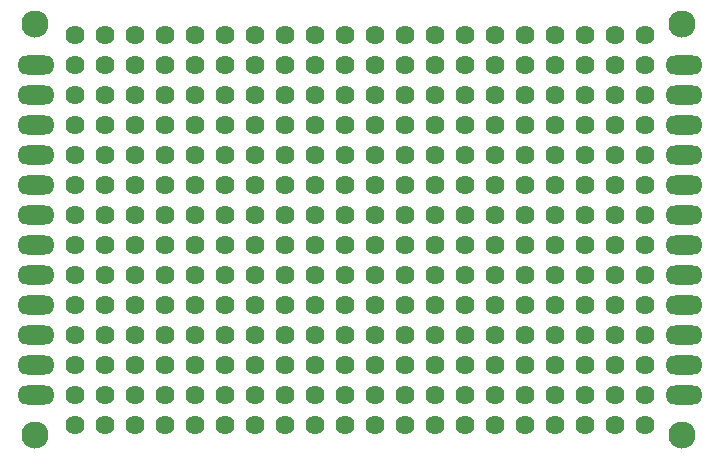
<source format=gbr>
%TF.GenerationSoftware,KiCad,Pcbnew,9.0.1*%
%TF.CreationDate,2025-05-06T23:49:06-04:00*%
%TF.ProjectId,classic-protoboard_14x20,636c6173-7369-4632-9d70-726f746f626f,rev?*%
%TF.SameCoordinates,Original*%
%TF.FileFunction,Soldermask,Bot*%
%TF.FilePolarity,Negative*%
%FSLAX46Y46*%
G04 Gerber Fmt 4.6, Leading zero omitted, Abs format (unit mm)*
G04 Created by KiCad (PCBNEW 9.0.1) date 2025-05-06 23:49:06*
%MOMM*%
%LPD*%
G01*
G04 APERTURE LIST*
%ADD10C,2.300000*%
%ADD11O,3.148000X1.624000*%
%ADD12C,1.624000*%
G04 APERTURE END LIST*
D10*
%TO.C,REF\u002A\u002A*%
X171480000Y-78940000D03*
%TD*%
%TO.C,REF\u002A\u002A*%
X116680000Y-78940000D03*
%TD*%
%TO.C,REF\u002A\u002A*%
X116680000Y-113740000D03*
%TD*%
%TO.C,REF\u002A\u002A*%
X171480000Y-113740000D03*
%TD*%
D11*
%TO.C,REF\u002A\u002A*%
X116720000Y-89990000D03*
%TD*%
%TO.C,REF\u002A\u002A*%
X116720000Y-97610000D03*
%TD*%
%TO.C,REF\u002A\u002A*%
X116720000Y-100150000D03*
%TD*%
%TO.C,REF\u002A\u002A*%
X171580000Y-105230000D03*
%TD*%
%TO.C,REF\u002A\u002A*%
X171580000Y-97610000D03*
%TD*%
%TO.C,REF\u002A\u002A*%
X116720000Y-87450000D03*
%TD*%
%TO.C,REF\u002A\u002A*%
X116720000Y-95070000D03*
%TD*%
%TO.C,REF\u002A\u002A*%
X171580000Y-82370000D03*
%TD*%
%TO.C,REF\u002A\u002A*%
X171580000Y-89990000D03*
%TD*%
%TO.C,REF\u002A\u002A*%
X116720000Y-105230000D03*
%TD*%
%TO.C,REF\u002A\u002A*%
X171580000Y-92530000D03*
%TD*%
%TO.C,REF\u002A\u002A*%
X171580000Y-107770000D03*
%TD*%
%TO.C,REF\u002A\u002A*%
X171580000Y-84910000D03*
%TD*%
%TO.C,REF\u002A\u002A*%
X116720000Y-84910000D03*
%TD*%
%TO.C,REF\u002A\u002A*%
X116720000Y-82370000D03*
%TD*%
%TO.C,REF\u002A\u002A*%
X171580000Y-110310000D03*
%TD*%
%TO.C,REF\u002A\u002A*%
X116720000Y-92530000D03*
%TD*%
%TO.C,REF\u002A\u002A*%
X116720000Y-102690000D03*
%TD*%
%TO.C,REF\u002A\u002A*%
X171580000Y-95070000D03*
%TD*%
%TO.C,REF\u002A\u002A*%
X171580000Y-87450000D03*
%TD*%
%TO.C,REF\u002A\u002A*%
X171580000Y-100150000D03*
%TD*%
%TO.C,REF\u002A\u002A*%
X116720000Y-110310000D03*
%TD*%
%TO.C,REF\u002A\u002A*%
X171580000Y-102690000D03*
%TD*%
%TO.C,REF\u002A\u002A*%
X116720000Y-107770000D03*
%TD*%
D12*
X120020000Y-79830000D03*
X122560000Y-79830000D03*
X125100000Y-79830000D03*
X127640000Y-79830000D03*
X130180000Y-79830000D03*
X132720000Y-79830000D03*
X135260000Y-79830000D03*
X137800000Y-79830000D03*
X140340000Y-79830000D03*
X142880000Y-79830000D03*
X145420000Y-79830000D03*
X147960000Y-79830000D03*
X150500000Y-79830000D03*
X155580000Y-79830000D03*
X158120000Y-79830000D03*
X160660000Y-79830000D03*
X163200000Y-79830000D03*
X165740000Y-79830000D03*
X168280000Y-79830000D03*
X120020000Y-82370000D03*
X122560000Y-82370000D03*
X125100000Y-82370000D03*
X127640000Y-82370000D03*
X130180000Y-82370000D03*
X132720000Y-82370000D03*
X135260000Y-82370000D03*
X137800000Y-82370000D03*
X140340000Y-82370000D03*
X142880000Y-82370000D03*
X145420000Y-82370000D03*
X147960000Y-82370000D03*
X150500000Y-82370000D03*
X153040000Y-82370000D03*
X155580000Y-82370000D03*
X158120000Y-82370000D03*
X160660000Y-82370000D03*
X163200000Y-82370000D03*
X165740000Y-82370000D03*
X168280000Y-82370000D03*
X120020000Y-84910000D03*
X122560000Y-84910000D03*
X125100000Y-84910000D03*
X130180000Y-84910000D03*
X132720000Y-84910000D03*
X135260000Y-84910000D03*
X137800000Y-84910000D03*
X140340000Y-84910000D03*
X142880000Y-84910000D03*
X145420000Y-84910000D03*
X147960000Y-84910000D03*
X153040000Y-84910000D03*
X155580000Y-84910000D03*
X158120000Y-84910000D03*
X163200000Y-84910000D03*
X165740000Y-84910000D03*
X168280000Y-84910000D03*
X120020000Y-87450000D03*
X122560000Y-87450000D03*
X127640000Y-87450000D03*
X130180000Y-87450000D03*
X132720000Y-87450000D03*
X135260000Y-87450000D03*
X137800000Y-87450000D03*
X140340000Y-87450000D03*
X145420000Y-87450000D03*
X147960000Y-87450000D03*
X150500000Y-87450000D03*
X153040000Y-87450000D03*
X155580000Y-87450000D03*
X158120000Y-87450000D03*
X160660000Y-87450000D03*
X163200000Y-87450000D03*
X165740000Y-87450000D03*
X168280000Y-87450000D03*
X120020000Y-89990000D03*
X122560000Y-89990000D03*
X125100000Y-89990000D03*
X127640000Y-89990000D03*
X130180000Y-89990000D03*
X132720000Y-89990000D03*
X135260000Y-89990000D03*
X137800000Y-89990000D03*
X140340000Y-89990000D03*
X142880000Y-89990000D03*
X145420000Y-89990000D03*
X147960000Y-89990000D03*
X150500000Y-89990000D03*
X155580000Y-89990000D03*
X158120000Y-89990000D03*
X160660000Y-89990000D03*
X163200000Y-89990000D03*
X165740000Y-89990000D03*
X168280000Y-89990000D03*
X120020000Y-92530000D03*
X122560000Y-92530000D03*
X125100000Y-92530000D03*
X127640000Y-92530000D03*
X130180000Y-92530000D03*
X132720000Y-92530000D03*
X135260000Y-92530000D03*
X137800000Y-92530000D03*
X140340000Y-92530000D03*
X142880000Y-92530000D03*
X145420000Y-92530000D03*
X147960000Y-92530000D03*
X150500000Y-92530000D03*
X153040000Y-92530000D03*
X155580000Y-92530000D03*
X158120000Y-92530000D03*
X160660000Y-92530000D03*
X163200000Y-92530000D03*
X168280000Y-92530000D03*
X120020000Y-95070000D03*
X122560000Y-95070000D03*
X125100000Y-95070000D03*
X127640000Y-95070000D03*
X130180000Y-95070000D03*
X132720000Y-95070000D03*
X135260000Y-95070000D03*
X137800000Y-95070000D03*
X140340000Y-95070000D03*
X142880000Y-95070000D03*
X145420000Y-95070000D03*
X147960000Y-95070000D03*
X150500000Y-95070000D03*
X153040000Y-95070000D03*
X158120000Y-95070000D03*
X160660000Y-95070000D03*
X163200000Y-95070000D03*
X165740000Y-95070000D03*
X168280000Y-95070000D03*
X120020000Y-97610000D03*
X122560000Y-97610000D03*
X125100000Y-97610000D03*
X127640000Y-97610000D03*
X130180000Y-97610000D03*
X132720000Y-97610000D03*
X135260000Y-97610000D03*
X137800000Y-97610000D03*
X140340000Y-97610000D03*
X142880000Y-97610000D03*
X145420000Y-97610000D03*
X147960000Y-97610000D03*
X150500000Y-97610000D03*
X153040000Y-97610000D03*
X155580000Y-97610000D03*
X158120000Y-97610000D03*
X160660000Y-97610000D03*
X163200000Y-97610000D03*
X165740000Y-97610000D03*
X120020000Y-100150000D03*
X122560000Y-100150000D03*
X125100000Y-100150000D03*
X130180000Y-100150000D03*
X132720000Y-100150000D03*
X135260000Y-100150000D03*
X137800000Y-100150000D03*
X140340000Y-100150000D03*
X142880000Y-100150000D03*
X145420000Y-100150000D03*
X147960000Y-100150000D03*
X150500000Y-100150000D03*
X153040000Y-100150000D03*
X155580000Y-100150000D03*
X158120000Y-100150000D03*
X160660000Y-100150000D03*
X163200000Y-100150000D03*
X165740000Y-100150000D03*
X168280000Y-100150000D03*
X120020000Y-102690000D03*
X122560000Y-102690000D03*
X125100000Y-102690000D03*
X127640000Y-102690000D03*
X130180000Y-102690000D03*
X132720000Y-102690000D03*
X135260000Y-102690000D03*
X137800000Y-102690000D03*
X140340000Y-102690000D03*
X142880000Y-102690000D03*
X145420000Y-102690000D03*
X147960000Y-102690000D03*
X150500000Y-102690000D03*
X153040000Y-102690000D03*
X155580000Y-102690000D03*
X158120000Y-102690000D03*
X160660000Y-102690000D03*
X163200000Y-102690000D03*
X165740000Y-102690000D03*
X168280000Y-102690000D03*
X120020000Y-105230000D03*
X122560000Y-105230000D03*
X125100000Y-105230000D03*
X127640000Y-105230000D03*
X130180000Y-105230000D03*
X135260000Y-105230000D03*
X137800000Y-105230000D03*
X140340000Y-105230000D03*
X142880000Y-105230000D03*
X145420000Y-105230000D03*
X147960000Y-105230000D03*
X150500000Y-105230000D03*
X153040000Y-105230000D03*
X155580000Y-105230000D03*
X158120000Y-105230000D03*
X160660000Y-105230000D03*
X163200000Y-105230000D03*
X165740000Y-105230000D03*
X168280000Y-105230000D03*
X120020000Y-107770000D03*
X122560000Y-107770000D03*
X125100000Y-107770000D03*
X127640000Y-107770000D03*
X130180000Y-107770000D03*
X132720000Y-107770000D03*
X135260000Y-107770000D03*
X137800000Y-107770000D03*
X140340000Y-107770000D03*
X142880000Y-107770000D03*
X145420000Y-107770000D03*
X147960000Y-107770000D03*
X150500000Y-107770000D03*
X153040000Y-107770000D03*
X155580000Y-107770000D03*
X158120000Y-107770000D03*
X160660000Y-107770000D03*
X163200000Y-107770000D03*
X165740000Y-107770000D03*
X168280000Y-107770000D03*
X120020000Y-110310000D03*
X122560000Y-110310000D03*
X125100000Y-110310000D03*
X127640000Y-110310000D03*
X130180000Y-110310000D03*
X132720000Y-110310000D03*
X135260000Y-110310000D03*
X137800000Y-110310000D03*
X140340000Y-110310000D03*
X142880000Y-110310000D03*
X145420000Y-110310000D03*
X147960000Y-110310000D03*
X153040000Y-110310000D03*
X155580000Y-110310000D03*
X158120000Y-110310000D03*
X160660000Y-110310000D03*
X163200000Y-110310000D03*
X165740000Y-110310000D03*
X168280000Y-110310000D03*
X120020000Y-112850000D03*
X122560000Y-112850000D03*
X125100000Y-112850000D03*
X127640000Y-112850000D03*
X130180000Y-112850000D03*
X132720000Y-112850000D03*
X135260000Y-112850000D03*
X137800000Y-112850000D03*
X140340000Y-112850000D03*
X142880000Y-112850000D03*
X145420000Y-112850000D03*
X147960000Y-112850000D03*
X150500000Y-112850000D03*
X153040000Y-112850000D03*
X155580000Y-112850000D03*
X158120000Y-112850000D03*
X160660000Y-112850000D03*
X163200000Y-112850000D03*
X165740000Y-112850000D03*
X168280000Y-112850000D03*
X168280000Y-97610000D03*
X155580000Y-95070000D03*
X150500000Y-84910000D03*
X127640000Y-100150000D03*
X150500000Y-110310000D03*
X125100000Y-87450000D03*
X127640000Y-84910000D03*
X160660000Y-84910000D03*
X142880000Y-87450000D03*
X153040000Y-89990000D03*
X153040000Y-79830000D03*
X165740000Y-92530000D03*
X132720000Y-105230000D03*
M02*

</source>
